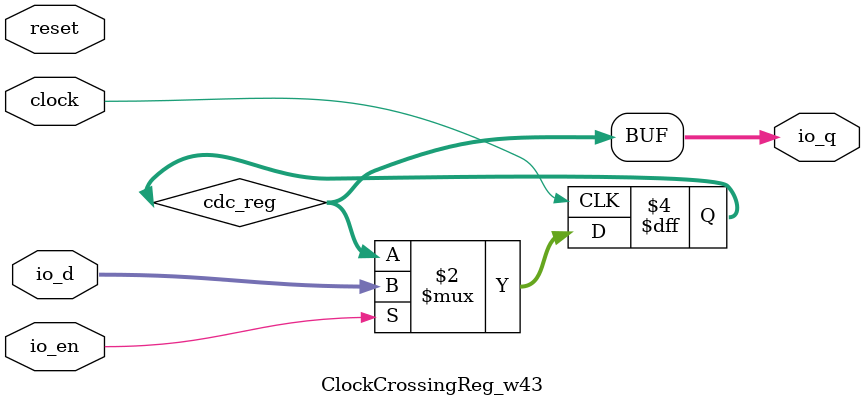
<source format=v>
module ClockCrossingReg_w43(
  input         clock,
  input         reset,
  input  [42:0] io_d,
  output [42:0] io_q,
  input         io_en
);
`ifdef RANDOMIZE_REG_INIT
  reg [63:0] _RAND_0;
`endif // RANDOMIZE_REG_INIT
  reg [42:0] cdc_reg; // @[Reg.scala 15:16]
  assign io_q = cdc_reg; // @[SynchronizerReg.scala 202:8]
  always @(posedge clock) begin
    if (io_en) begin // @[Reg.scala 16:19]
      cdc_reg <= io_d; // @[Reg.scala 16:23]
    end
  end
// Register and memory initialization
`ifdef RANDOMIZE_GARBAGE_ASSIGN
`define RANDOMIZE
`endif
`ifdef RANDOMIZE_INVALID_ASSIGN
`define RANDOMIZE
`endif
`ifdef RANDOMIZE_REG_INIT
`define RANDOMIZE
`endif
`ifdef RANDOMIZE_MEM_INIT
`define RANDOMIZE
`endif
`ifndef RANDOM
`define RANDOM $random
`endif
`ifdef RANDOMIZE_MEM_INIT
  integer initvar;
`endif
`ifndef SYNTHESIS
`ifdef FIRRTL_BEFORE_INITIAL
`FIRRTL_BEFORE_INITIAL
`endif
initial begin
  `ifdef RANDOMIZE
    `ifdef INIT_RANDOM
      `INIT_RANDOM
    `endif
    `ifndef VERILATOR
      `ifdef RANDOMIZE_DELAY
        #`RANDOMIZE_DELAY begin end
      `else
        #0.002 begin end
      `endif
    `endif
`ifdef RANDOMIZE_REG_INIT
  _RAND_0 = {2{`RANDOM}};
  cdc_reg = _RAND_0[42:0];
`endif // RANDOMIZE_REG_INIT
  `endif // RANDOMIZE
end // initial
`ifdef FIRRTL_AFTER_INITIAL
`FIRRTL_AFTER_INITIAL
`endif
`endif // SYNTHESIS
endmodule

</source>
